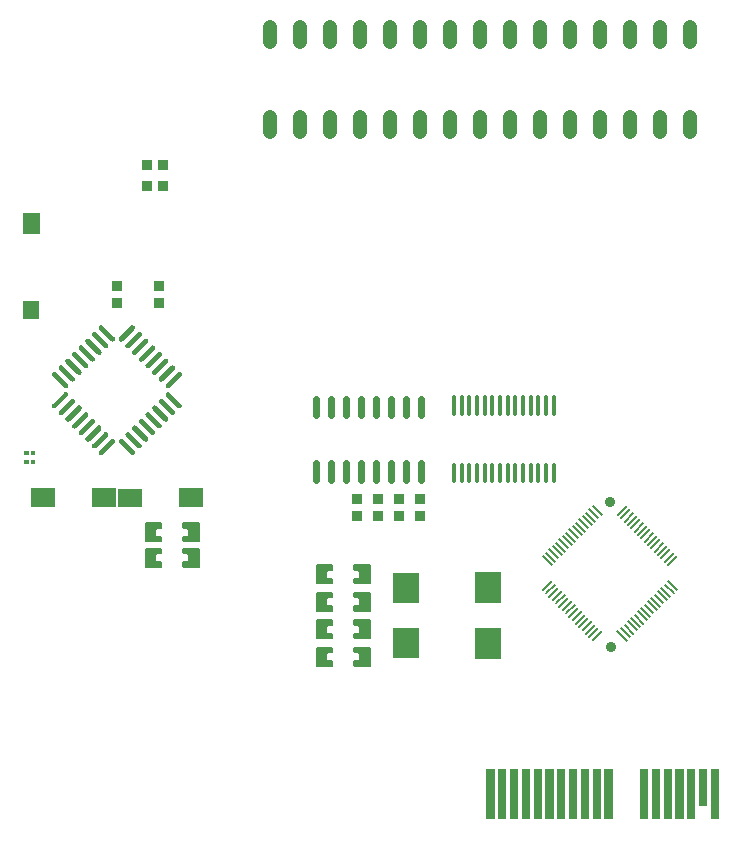
<source format=gtp>
G04 Layer: TopPasteMaskLayer*
G04 EasyEDA v6.4.7, 2021-02-17T04:49:32+08:00*
G04 bff483f3f3824ca1b03819d89778f428,119f753a6ce64b8d841f2ad33262ab0c,10*
G04 Gerber Generator version 0.2*
G04 Scale: 100 percent, Rotated: No, Reflected: No *
G04 Dimensions in millimeters *
G04 leading zeros omitted , absolute positions ,3 integer and 3 decimal *
%FSLAX33Y33*%
%MOMM*%
G90*
D02*

%ADD18C,0.203200*%
%ADD21C,1.199998*%
%ADD22C,0.343002*%
%ADD23C,0.602005*%
%ADD30C,0.889000*%
%ADD32R,2.185010X2.591994*%
%ADD34R,0.914400X0.914400*%
%ADD36R,1.399997X1.499997*%
%ADD37R,2.046376X1.620012*%

%LPD*%
G54D21*
G01X62611Y68420D02*
G01X62611Y67120D01*
G01X60071Y68420D02*
G01X60071Y67120D01*
G01X57531Y68420D02*
G01X57531Y67120D01*
G01X54991Y68420D02*
G01X54991Y67120D01*
G01X52451Y68420D02*
G01X52451Y67120D01*
G01X49911Y68420D02*
G01X49911Y67120D01*
G01X47371Y68420D02*
G01X47371Y67120D01*
G01X39751Y68420D02*
G01X39751Y67120D01*
G01X62611Y60800D02*
G01X62611Y59500D01*
G01X60071Y60800D02*
G01X60071Y59500D01*
G01X57531Y60800D02*
G01X57531Y59500D01*
G01X54991Y60800D02*
G01X54991Y59500D01*
G01X52451Y60800D02*
G01X52451Y59500D01*
G01X49911Y60800D02*
G01X49911Y59500D01*
G01X47371Y60800D02*
G01X47371Y59500D01*
G01X44831Y60800D02*
G01X44831Y59500D01*
G01X42291Y60800D02*
G01X42291Y59500D01*
G01X39751Y60800D02*
G01X39751Y59500D01*
G01X37211Y68420D02*
G01X37211Y67120D01*
G01X34671Y68420D02*
G01X34671Y67120D01*
G01X32131Y68420D02*
G01X32131Y67120D01*
G01X29591Y68420D02*
G01X29591Y67120D01*
G01X27051Y68420D02*
G01X27051Y67120D01*
G01X37211Y60800D02*
G01X37211Y59500D01*
G01X34671Y60800D02*
G01X34671Y59500D01*
G01X32131Y60800D02*
G01X32131Y59500D01*
G01X29591Y60800D02*
G01X29591Y59500D01*
G01X27051Y60800D02*
G01X27051Y59500D01*
G01X44831Y68420D02*
G01X44831Y67120D01*
G01X42291Y68420D02*
G01X42291Y67120D01*
G54D18*
G01X59818Y19012D02*
G01X59064Y19766D01*
G01X58404Y17598D02*
G01X57650Y18352D01*
G01X61233Y20426D02*
G01X60478Y21180D01*
G01X60950Y20143D02*
G01X60195Y20897D01*
G01X60384Y19577D02*
G01X59630Y20332D01*
G01X60101Y19295D02*
G01X59347Y20049D01*
G01X58687Y17881D02*
G01X57933Y18635D01*
G01X58970Y18163D02*
G01X58216Y18918D01*
G01X60667Y19860D02*
G01X59912Y20615D01*
G01X51192Y23113D02*
G01X50437Y23867D01*
G01X58121Y17315D02*
G01X57367Y18069D01*
G01X56518Y27073D02*
G01X57273Y27827D01*
G01X50154Y20709D02*
G01X50909Y21463D01*
G01X57556Y16749D02*
G01X56801Y17504D01*
G01X60195Y23396D02*
G01X60950Y24150D01*
G01X59253Y18446D02*
G01X58498Y19201D01*
G01X53548Y17315D02*
G01X54303Y18069D01*
G01X52134Y18729D02*
G01X52889Y19483D01*
G01X50909Y22830D02*
G01X50154Y23585D01*
G01X55152Y27073D02*
G01X54397Y27827D01*
G01X57838Y17032D02*
G01X57084Y17786D01*
G01X61515Y20709D02*
G01X60761Y21463D01*
G01X54114Y16749D02*
G01X54869Y17503D01*
G01X53831Y17032D02*
G01X54586Y17786D01*
G01X59535Y18729D02*
G01X58781Y19483D01*
G01X59912Y23679D02*
G01X60667Y24433D01*
G01X59630Y23962D02*
G01X60384Y24716D01*
G01X52606Y24527D02*
G01X51852Y25282D01*
G01X52889Y24810D02*
G01X52134Y25564D01*
G01X52323Y24244D02*
G01X51569Y24999D01*
G01X51757Y23679D02*
G01X51003Y24433D01*
G01X53171Y25093D02*
G01X52417Y25847D01*
G01X53454Y25376D02*
G01X52700Y26130D01*
G01X51474Y23396D02*
G01X50720Y24150D01*
G01X52040Y23962D02*
G01X51286Y24716D01*
G01X57932Y25659D02*
G01X58687Y26413D01*
G01X56801Y26790D02*
G01X57555Y27544D01*
G01X57084Y26507D02*
G01X57838Y27261D01*
G01X57650Y25941D02*
G01X58404Y26696D01*
G01X57367Y26224D02*
G01X58121Y26978D01*
G01X50720Y20143D02*
G01X51474Y20897D01*
G01X50437Y20426D02*
G01X51191Y21180D01*
G01X51003Y19860D02*
G01X51757Y20615D01*
G01X52983Y17881D02*
G01X53737Y18635D01*
G01X53266Y17598D02*
G01X54020Y18352D01*
G01X58781Y24810D02*
G01X59535Y25564D01*
G01X52700Y18163D02*
G01X53454Y18918D01*
G01X52417Y18446D02*
G01X53171Y19201D01*
G01X59064Y24527D02*
G01X59818Y25282D01*
G01X58498Y25093D02*
G01X59253Y25847D01*
G01X58215Y25376D02*
G01X58970Y26130D01*
G01X59347Y24244D02*
G01X60101Y24999D01*
G01X54397Y16466D02*
G01X55152Y17220D01*
G01X53737Y25659D02*
G01X52983Y26413D01*
G01X54586Y26507D02*
G01X53831Y27261D01*
G01X54020Y25941D02*
G01X53266Y26696D01*
G01X51851Y19012D02*
G01X52606Y19766D01*
G01X60761Y22830D02*
G01X61515Y23585D01*
G01X60478Y23113D02*
G01X61233Y23867D01*
G01X54303Y26224D02*
G01X53548Y26978D01*
G01X51568Y19295D02*
G01X52323Y20049D01*
G01X54869Y26790D02*
G01X54114Y27544D01*
G01X51286Y19577D02*
G01X52040Y20332D01*
G54D22*
G01X51088Y35652D02*
G01X51088Y37040D01*
G01X50438Y35652D02*
G01X50438Y37040D01*
G01X49788Y35652D02*
G01X49788Y37040D01*
G01X49138Y35652D02*
G01X49138Y37040D01*
G01X48488Y35652D02*
G01X48488Y37040D01*
G01X47838Y35652D02*
G01X47838Y37040D01*
G01X47187Y35652D02*
G01X47187Y37040D01*
G01X46537Y35652D02*
G01X46537Y37040D01*
G01X45887Y35652D02*
G01X45887Y37040D01*
G01X45237Y35652D02*
G01X45237Y37040D01*
G01X44587Y35652D02*
G01X44587Y37040D01*
G01X43937Y35652D02*
G01X43937Y37040D01*
G01X43287Y35652D02*
G01X43287Y37040D01*
G01X42637Y35652D02*
G01X42637Y37040D01*
G01X51088Y29920D02*
G01X51088Y31309D01*
G01X50438Y29920D02*
G01X50438Y31309D01*
G01X49788Y29920D02*
G01X49788Y31309D01*
G01X49138Y29920D02*
G01X49138Y31309D01*
G01X48488Y29920D02*
G01X48488Y31309D01*
G01X47838Y29920D02*
G01X47838Y31309D01*
G01X47187Y29920D02*
G01X47187Y31309D01*
G01X46537Y29920D02*
G01X46537Y31309D01*
G01X45887Y29920D02*
G01X45887Y31309D01*
G01X45237Y29920D02*
G01X45237Y31309D01*
G01X44587Y29920D02*
G01X44587Y31309D01*
G01X43937Y29920D02*
G01X43937Y31309D01*
G01X43287Y29920D02*
G01X43287Y31309D01*
G01X42637Y29920D02*
G01X42637Y31309D01*
G54D23*
G01X39878Y35531D02*
G01X39878Y36900D01*
G01X38608Y35531D02*
G01X38608Y36900D01*
G01X37338Y35531D02*
G01X37338Y36900D01*
G01X36068Y35531D02*
G01X36068Y36900D01*
G01X34798Y35531D02*
G01X34798Y36900D01*
G01X33528Y35531D02*
G01X33528Y36900D01*
G01X32258Y35531D02*
G01X32258Y36900D01*
G01X30988Y35531D02*
G01X30988Y36900D01*
G01X39878Y30060D02*
G01X39878Y31429D01*
G01X38608Y30060D02*
G01X38608Y31429D01*
G01X37338Y30060D02*
G01X37338Y31429D01*
G01X36068Y30060D02*
G01X36068Y31429D01*
G01X34798Y30060D02*
G01X34798Y31429D01*
G01X33528Y30060D02*
G01X33528Y31429D01*
G01X32258Y30060D02*
G01X32258Y31429D01*
G01X30988Y30060D02*
G01X30988Y31429D01*
G36*
G01X59385Y5600D02*
G01X60085Y5600D01*
G01X60085Y1300D01*
G01X59385Y1300D01*
G01X59385Y5600D01*
G37*
G36*
G01X58385Y5600D02*
G01X59085Y5600D01*
G01X59085Y1300D01*
G01X58385Y1300D01*
G01X58385Y5600D01*
G37*
G36*
G01X60385Y5600D02*
G01X61085Y5600D01*
G01X61085Y1300D01*
G01X60385Y1300D01*
G01X60385Y5600D01*
G37*
G36*
G01X62385Y5600D02*
G01X63085Y5600D01*
G01X63085Y1300D01*
G01X62385Y1300D01*
G01X62385Y5600D01*
G37*
G36*
G01X61385Y5600D02*
G01X62085Y5600D01*
G01X62085Y1300D01*
G01X61385Y1300D01*
G01X61385Y5600D01*
G37*
G36*
G01X64385Y5600D02*
G01X65085Y5600D01*
G01X65085Y1300D01*
G01X64385Y1300D01*
G01X64385Y5600D01*
G37*
G36*
G01X63385Y5600D02*
G01X64085Y5600D01*
G01X64085Y2400D01*
G01X63385Y2400D01*
G01X63385Y5600D01*
G37*
G36*
G01X46385Y5600D02*
G01X47085Y5600D01*
G01X47085Y1300D01*
G01X46385Y1300D01*
G01X46385Y5600D01*
G37*
G36*
G01X45385Y5600D02*
G01X46085Y5600D01*
G01X46085Y1300D01*
G01X45385Y1300D01*
G01X45385Y5600D01*
G37*
G36*
G01X47385Y5600D02*
G01X48085Y5600D01*
G01X48085Y1300D01*
G01X47385Y1300D01*
G01X47385Y5600D01*
G37*
G36*
G01X53385Y5600D02*
G01X54085Y5600D01*
G01X54085Y1300D01*
G01X53385Y1300D01*
G01X53385Y5600D01*
G37*
G36*
G01X52385Y5600D02*
G01X53085Y5600D01*
G01X53085Y1300D01*
G01X52385Y1300D01*
G01X52385Y5600D01*
G37*
G36*
G01X55385Y5600D02*
G01X56085Y5600D01*
G01X56085Y1300D01*
G01X55385Y1300D01*
G01X55385Y5600D01*
G37*
G36*
G01X54385Y5600D02*
G01X55085Y5600D01*
G01X55085Y1300D01*
G01X54385Y1300D01*
G01X54385Y5600D01*
G37*
G36*
G01X49385Y5600D02*
G01X50085Y5600D01*
G01X50085Y1300D01*
G01X49385Y1300D01*
G01X49385Y5600D01*
G37*
G36*
G01X48385Y5600D02*
G01X49085Y5600D01*
G01X49085Y1300D01*
G01X48385Y1300D01*
G01X48385Y5600D01*
G37*
G36*
G01X51385Y5600D02*
G01X52085Y5600D01*
G01X52085Y1300D01*
G01X51385Y1300D01*
G01X51385Y5600D01*
G37*
G36*
G01X50385Y5600D02*
G01X51085Y5600D01*
G01X51085Y1300D01*
G01X50385Y1300D01*
G01X50385Y5600D01*
G37*
G54D30*
G01X55835Y28151D03*
G36*
G01X57416Y16466D02*
G01X57273Y16323D01*
G01X56375Y17221D01*
G01X56518Y17364D01*
G01X57416Y16466D01*
G37*
G01X55975Y15923D03*
G36*
G01X44436Y14912D02*
G01X44436Y17504D01*
G01X46622Y17504D01*
G01X46622Y14912D01*
G01X44436Y14912D01*
G37*
G54D32*
G01X38544Y16208D03*
G01X38544Y20907D03*
G36*
G01X44436Y19611D02*
G01X44436Y22203D01*
G01X46622Y22203D01*
G01X46622Y19611D01*
G01X44436Y19611D01*
G37*
G36*
G01X13312Y34023D02*
G01X13329Y34004D01*
G01X13344Y33982D01*
G01X13356Y33959D01*
G01X13366Y33935D01*
G01X13372Y33909D01*
G01X13375Y33884D01*
G01X13375Y33857D01*
G01X13372Y33831D01*
G01X13366Y33806D01*
G01X13356Y33782D01*
G01X13344Y33759D01*
G01X13329Y33737D01*
G01X13312Y33718D01*
G01X12360Y32766D01*
G01X12341Y32749D01*
G01X12319Y32734D01*
G01X12296Y32722D01*
G01X12272Y32712D01*
G01X12247Y32706D01*
G01X12221Y32703D01*
G01X12195Y32703D01*
G01X12169Y32706D01*
G01X12143Y32712D01*
G01X12119Y32722D01*
G01X12096Y32734D01*
G01X12074Y32749D01*
G01X12055Y32766D01*
G01X12038Y32785D01*
G01X12023Y32807D01*
G01X12011Y32830D01*
G01X12002Y32854D01*
G01X11995Y32880D01*
G01X11992Y32906D01*
G01X11992Y32932D01*
G01X11995Y32957D01*
G01X12002Y32983D01*
G01X12011Y33007D01*
G01X12023Y33030D01*
G01X12038Y33052D01*
G01X12055Y33071D01*
G01X13007Y34023D01*
G01X13026Y34040D01*
G01X13048Y34055D01*
G01X13071Y34067D01*
G01X13095Y34077D01*
G01X13121Y34083D01*
G01X13147Y34086D01*
G01X13172Y34086D01*
G01X13198Y34083D01*
G01X13224Y34077D01*
G01X13248Y34067D01*
G01X13271Y34055D01*
G01X13293Y34040D01*
G01X13312Y34023D01*
G37*
G36*
G01X12737Y34598D02*
G01X12755Y34578D01*
G01X12770Y34557D01*
G01X12782Y34534D01*
G01X12791Y34509D01*
G01X12797Y34484D01*
G01X12800Y34458D01*
G01X12800Y34432D01*
G01X12797Y34406D01*
G01X12791Y34381D01*
G01X12782Y34356D01*
G01X12770Y34334D01*
G01X12755Y34312D01*
G01X12737Y34292D01*
G01X11786Y33341D01*
G01X11766Y33323D01*
G01X11744Y33308D01*
G01X11721Y33297D01*
G01X11697Y33287D01*
G01X11672Y33281D01*
G01X11646Y33278D01*
G01X11620Y33278D01*
G01X11594Y33281D01*
G01X11569Y33287D01*
G01X11544Y33297D01*
G01X11521Y33308D01*
G01X11500Y33323D01*
G01X11480Y33341D01*
G01X11463Y33360D01*
G01X11448Y33382D01*
G01X11436Y33405D01*
G01X11427Y33429D01*
G01X11421Y33454D01*
G01X11417Y33480D01*
G01X11417Y33506D01*
G01X11421Y33532D01*
G01X11427Y33558D01*
G01X11436Y33582D01*
G01X11448Y33605D01*
G01X11463Y33626D01*
G01X11480Y33646D01*
G01X12432Y34598D01*
G01X12452Y34615D01*
G01X12473Y34630D01*
G01X12496Y34642D01*
G01X12520Y34651D01*
G01X12546Y34657D01*
G01X12572Y34661D01*
G01X12598Y34661D01*
G01X12624Y34657D01*
G01X12649Y34651D01*
G01X12673Y34642D01*
G01X12696Y34630D01*
G01X12718Y34615D01*
G01X12737Y34598D01*
G37*
G36*
G01X11049Y36286D02*
G01X11067Y36267D01*
G01X11081Y36245D01*
G01X11093Y36222D01*
G01X11103Y36198D01*
G01X11109Y36172D01*
G01X11112Y36146D01*
G01X11112Y36120D01*
G01X11109Y36095D01*
G01X11103Y36069D01*
G01X11093Y36045D01*
G01X11081Y36022D01*
G01X11067Y36000D01*
G01X11049Y35981D01*
G01X10097Y35029D01*
G01X10078Y35012D01*
G01X10056Y34997D01*
G01X10033Y34985D01*
G01X10009Y34975D01*
G01X9983Y34969D01*
G01X9958Y34966D01*
G01X9932Y34966D01*
G01X9906Y34969D01*
G01X9880Y34975D01*
G01X9856Y34985D01*
G01X9833Y34997D01*
G01X9812Y35012D01*
G01X9792Y35029D01*
G01X9775Y35048D01*
G01X9760Y35070D01*
G01X9748Y35093D01*
G01X9738Y35117D01*
G01X9732Y35143D01*
G01X9729Y35168D01*
G01X9729Y35195D01*
G01X9732Y35221D01*
G01X9738Y35246D01*
G01X9748Y35270D01*
G01X9760Y35293D01*
G01X9775Y35315D01*
G01X9792Y35334D01*
G01X10744Y36286D01*
G01X10763Y36303D01*
G01X10785Y36318D01*
G01X10808Y36330D01*
G01X10832Y36340D01*
G01X10857Y36346D01*
G01X10883Y36349D01*
G01X10910Y36349D01*
G01X10935Y36346D01*
G01X10961Y36340D01*
G01X10985Y36330D01*
G01X11008Y36318D01*
G01X11030Y36303D01*
G01X11049Y36286D01*
G37*
G36*
G01X9918Y37418D02*
G01X9935Y37398D01*
G01X9950Y37377D01*
G01X9962Y37354D01*
G01X9971Y37329D01*
G01X9977Y37304D01*
G01X9980Y37278D01*
G01X9980Y37252D01*
G01X9977Y37226D01*
G01X9971Y37201D01*
G01X9962Y37176D01*
G01X9950Y37153D01*
G01X9935Y37132D01*
G01X9918Y37112D01*
G01X8966Y36160D01*
G01X8946Y36143D01*
G01X8925Y36128D01*
G01X8902Y36116D01*
G01X8877Y36107D01*
G01X8852Y36101D01*
G01X8826Y36098D01*
G01X8800Y36098D01*
G01X8774Y36101D01*
G01X8749Y36107D01*
G01X8724Y36116D01*
G01X8701Y36128D01*
G01X8680Y36143D01*
G01X8660Y36160D01*
G01X8643Y36180D01*
G01X8628Y36201D01*
G01X8616Y36224D01*
G01X8607Y36249D01*
G01X8601Y36274D01*
G01X8598Y36300D01*
G01X8598Y36326D01*
G01X8601Y36352D01*
G01X8607Y36377D01*
G01X8616Y36402D01*
G01X8628Y36425D01*
G01X8643Y36446D01*
G01X8660Y36466D01*
G01X9612Y37418D01*
G01X9632Y37435D01*
G01X9653Y37450D01*
G01X9676Y37462D01*
G01X9701Y37471D01*
G01X9726Y37477D01*
G01X9752Y37480D01*
G01X9778Y37480D01*
G01X9804Y37477D01*
G01X9829Y37471D01*
G01X9854Y37462D01*
G01X9877Y37450D01*
G01X9898Y37435D01*
G01X9918Y37418D01*
G37*
G36*
G01X8672Y39117D02*
G01X8691Y39134D01*
G01X8712Y39149D01*
G01X8736Y39161D01*
G01X8760Y39171D01*
G01X8785Y39177D01*
G01X8811Y39180D01*
G01X8837Y39180D01*
G01X8863Y39177D01*
G01X8888Y39171D01*
G01X8913Y39161D01*
G01X8936Y39149D01*
G01X8957Y39134D01*
G01X8977Y39117D01*
G01X9929Y38165D01*
G01X9946Y38146D01*
G01X9961Y38124D01*
G01X9973Y38101D01*
G01X9982Y38077D01*
G01X9989Y38051D01*
G01X9992Y38025D01*
G01X9992Y37999D01*
G01X9989Y37973D01*
G01X9982Y37948D01*
G01X9973Y37924D01*
G01X9961Y37901D01*
G01X9946Y37879D01*
G01X9929Y37860D01*
G01X9909Y37843D01*
G01X9888Y37828D01*
G01X9865Y37816D01*
G01X9840Y37806D01*
G01X9815Y37800D01*
G01X9789Y37797D01*
G01X9763Y37797D01*
G01X9737Y37800D01*
G01X9712Y37806D01*
G01X9688Y37816D01*
G01X9664Y37828D01*
G01X9643Y37843D01*
G01X9623Y37860D01*
G01X8672Y38812D01*
G01X8654Y38831D01*
G01X8639Y38853D01*
G01X8627Y38876D01*
G01X8618Y38900D01*
G01X8612Y38925D01*
G01X8609Y38951D01*
G01X8609Y38977D01*
G01X8612Y39003D01*
G01X8618Y39029D01*
G01X8627Y39053D01*
G01X8639Y39076D01*
G01X8654Y39098D01*
G01X8672Y39117D01*
G37*
G36*
G01X9237Y39682D02*
G01X9257Y39700D01*
G01X9278Y39715D01*
G01X9301Y39727D01*
G01X9325Y39736D01*
G01X9351Y39742D01*
G01X9376Y39745D01*
G01X9403Y39745D01*
G01X9428Y39742D01*
G01X9454Y39736D01*
G01X9478Y39727D01*
G01X9501Y39715D01*
G01X9523Y39700D01*
G01X9542Y39682D01*
G01X10494Y38731D01*
G01X10512Y38711D01*
G01X10526Y38689D01*
G01X10538Y38667D01*
G01X10548Y38642D01*
G01X10554Y38617D01*
G01X10557Y38591D01*
G01X10557Y38565D01*
G01X10554Y38539D01*
G01X10548Y38514D01*
G01X10538Y38489D01*
G01X10526Y38466D01*
G01X10512Y38445D01*
G01X10494Y38425D01*
G01X10475Y38408D01*
G01X10453Y38393D01*
G01X10430Y38381D01*
G01X10406Y38372D01*
G01X10380Y38366D01*
G01X10355Y38362D01*
G01X10328Y38362D01*
G01X10303Y38366D01*
G01X10277Y38372D01*
G01X10253Y38381D01*
G01X10230Y38393D01*
G01X10208Y38408D01*
G01X10189Y38425D01*
G01X9237Y39377D01*
G01X9220Y39397D01*
G01X9205Y39418D01*
G01X9193Y39441D01*
G01X9183Y39465D01*
G01X9177Y39491D01*
G01X9174Y39517D01*
G01X9174Y39543D01*
G01X9177Y39569D01*
G01X9183Y39594D01*
G01X9193Y39618D01*
G01X9205Y39641D01*
G01X9220Y39663D01*
G01X9237Y39682D01*
G37*
G36*
G01X9802Y40248D02*
G01X9822Y40265D01*
G01X9843Y40280D01*
G01X9866Y40292D01*
G01X9891Y40301D01*
G01X9916Y40307D01*
G01X9942Y40311D01*
G01X9968Y40311D01*
G01X9994Y40307D01*
G01X10019Y40301D01*
G01X10044Y40292D01*
G01X10067Y40280D01*
G01X10088Y40265D01*
G01X10108Y40248D01*
G01X11059Y39296D01*
G01X11077Y39276D01*
G01X11092Y39255D01*
G01X11104Y39232D01*
G01X11113Y39208D01*
G01X11119Y39182D01*
G01X11122Y39156D01*
G01X11122Y39130D01*
G01X11119Y39104D01*
G01X11113Y39079D01*
G01X11104Y39055D01*
G01X11092Y39032D01*
G01X11077Y39010D01*
G01X11059Y38991D01*
G01X11040Y38973D01*
G01X11019Y38958D01*
G01X10995Y38946D01*
G01X10971Y38937D01*
G01X10946Y38931D01*
G01X10920Y38928D01*
G01X10894Y38928D01*
G01X10868Y38931D01*
G01X10843Y38937D01*
G01X10818Y38946D01*
G01X10795Y38958D01*
G01X10774Y38973D01*
G01X10754Y38991D01*
G01X9802Y39942D01*
G01X9785Y39962D01*
G01X9770Y39984D01*
G01X9758Y40006D01*
G01X9749Y40031D01*
G01X9743Y40056D01*
G01X9739Y40082D01*
G01X9739Y40108D01*
G01X9743Y40134D01*
G01X9749Y40159D01*
G01X9758Y40184D01*
G01X9770Y40207D01*
G01X9785Y40228D01*
G01X9802Y40248D01*
G37*
G36*
G01X10368Y40813D02*
G01X10387Y40831D01*
G01X10409Y40846D01*
G01X10432Y40858D01*
G01X10456Y40867D01*
G01X10482Y40873D01*
G01X10507Y40876D01*
G01X10534Y40876D01*
G01X10560Y40873D01*
G01X10585Y40867D01*
G01X10609Y40858D01*
G01X10632Y40846D01*
G01X10654Y40831D01*
G01X10673Y40813D01*
G01X11625Y39862D01*
G01X11642Y39842D01*
G01X11657Y39821D01*
G01X11669Y39797D01*
G01X11679Y39773D01*
G01X11685Y39748D01*
G01X11688Y39722D01*
G01X11688Y39696D01*
G01X11685Y39670D01*
G01X11679Y39645D01*
G01X11669Y39620D01*
G01X11657Y39597D01*
G01X11642Y39576D01*
G01X11625Y39556D01*
G01X11606Y39539D01*
G01X11584Y39524D01*
G01X11561Y39512D01*
G01X11537Y39503D01*
G01X11511Y39496D01*
G01X11486Y39493D01*
G01X11459Y39493D01*
G01X11434Y39496D01*
G01X11408Y39503D01*
G01X11384Y39512D01*
G01X11361Y39524D01*
G01X11339Y39539D01*
G01X11320Y39556D01*
G01X10368Y40508D01*
G01X10351Y40528D01*
G01X10336Y40549D01*
G01X10324Y40572D01*
G01X10314Y40596D01*
G01X10308Y40622D01*
G01X10305Y40648D01*
G01X10305Y40674D01*
G01X10308Y40700D01*
G01X10314Y40725D01*
G01X10324Y40749D01*
G01X10336Y40772D01*
G01X10351Y40794D01*
G01X10368Y40813D01*
G37*
G36*
G01X10933Y41379D02*
G01X10953Y41396D01*
G01X10974Y41411D01*
G01X10997Y41423D01*
G01X11022Y41432D01*
G01X11047Y41438D01*
G01X11073Y41442D01*
G01X11099Y41442D01*
G01X11125Y41438D01*
G01X11150Y41432D01*
G01X11174Y41423D01*
G01X11198Y41411D01*
G01X11219Y41396D01*
G01X11239Y41379D01*
G01X12190Y40427D01*
G01X12208Y40407D01*
G01X12223Y40386D01*
G01X12235Y40363D01*
G01X12244Y40338D01*
G01X12250Y40313D01*
G01X12253Y40287D01*
G01X12253Y40261D01*
G01X12250Y40235D01*
G01X12244Y40210D01*
G01X12235Y40186D01*
G01X12223Y40163D01*
G01X12208Y40141D01*
G01X12190Y40121D01*
G01X12171Y40104D01*
G01X12150Y40089D01*
G01X12126Y40077D01*
G01X12102Y40068D01*
G01X12077Y40062D01*
G01X12051Y40059D01*
G01X12025Y40059D01*
G01X11999Y40062D01*
G01X11974Y40068D01*
G01X11949Y40077D01*
G01X11926Y40089D01*
G01X11905Y40104D01*
G01X11885Y40121D01*
G01X10933Y41073D01*
G01X10916Y41093D01*
G01X10901Y41114D01*
G01X10889Y41137D01*
G01X10880Y41162D01*
G01X10874Y41187D01*
G01X10870Y41213D01*
G01X10870Y41239D01*
G01X10874Y41265D01*
G01X10880Y41290D01*
G01X10889Y41315D01*
G01X10901Y41338D01*
G01X10916Y41359D01*
G01X10933Y41379D01*
G37*
G36*
G01X12064Y42510D02*
G01X12084Y42527D01*
G01X12105Y42542D01*
G01X12128Y42554D01*
G01X12153Y42563D01*
G01X12178Y42570D01*
G01X12204Y42573D01*
G01X12230Y42573D01*
G01X12256Y42570D01*
G01X12281Y42563D01*
G01X12306Y42554D01*
G01X12329Y42542D01*
G01X12350Y42527D01*
G01X12370Y42510D01*
G01X13322Y41558D01*
G01X13339Y41538D01*
G01X13354Y41517D01*
G01X13366Y41494D01*
G01X13375Y41469D01*
G01X13381Y41444D01*
G01X13384Y41418D01*
G01X13384Y41392D01*
G01X13381Y41366D01*
G01X13375Y41341D01*
G01X13366Y41317D01*
G01X13354Y41293D01*
G01X13339Y41272D01*
G01X13322Y41253D01*
G01X13302Y41235D01*
G01X13281Y41221D01*
G01X13258Y41208D01*
G01X13233Y41199D01*
G01X13208Y41193D01*
G01X13182Y41190D01*
G01X13156Y41190D01*
G01X13130Y41193D01*
G01X13105Y41199D01*
G01X13080Y41208D01*
G01X13057Y41221D01*
G01X13036Y41235D01*
G01X13016Y41253D01*
G01X12064Y42205D01*
G01X12047Y42224D01*
G01X12032Y42245D01*
G01X12020Y42269D01*
G01X12011Y42293D01*
G01X12005Y42318D01*
G01X12002Y42344D01*
G01X12002Y42370D01*
G01X12005Y42396D01*
G01X12011Y42421D01*
G01X12020Y42446D01*
G01X12032Y42469D01*
G01X12047Y42490D01*
G01X12064Y42510D01*
G37*
G36*
G01X11499Y41944D02*
G01X11518Y41961D01*
G01X11540Y41976D01*
G01X11563Y41988D01*
G01X11587Y41998D01*
G01X11612Y42004D01*
G01X11638Y42007D01*
G01X11664Y42007D01*
G01X11690Y42004D01*
G01X11716Y41998D01*
G01X11740Y41988D01*
G01X11763Y41976D01*
G01X11785Y41961D01*
G01X11804Y41944D01*
G01X12756Y40992D01*
G01X12773Y40973D01*
G01X12788Y40951D01*
G01X12800Y40928D01*
G01X12809Y40904D01*
G01X12816Y40879D01*
G01X12819Y40853D01*
G01X12819Y40827D01*
G01X12816Y40801D01*
G01X12809Y40776D01*
G01X12800Y40751D01*
G01X12788Y40728D01*
G01X12773Y40706D01*
G01X12756Y40687D01*
G01X12736Y40670D01*
G01X12715Y40655D01*
G01X12692Y40643D01*
G01X12667Y40634D01*
G01X12642Y40627D01*
G01X12616Y40624D01*
G01X12590Y40624D01*
G01X12564Y40627D01*
G01X12539Y40634D01*
G01X12515Y40643D01*
G01X12491Y40655D01*
G01X12470Y40670D01*
G01X12451Y40687D01*
G01X11499Y41639D01*
G01X11481Y41658D01*
G01X11467Y41680D01*
G01X11454Y41703D01*
G01X11445Y41727D01*
G01X11439Y41753D01*
G01X11436Y41779D01*
G01X11436Y41804D01*
G01X11439Y41830D01*
G01X11445Y41856D01*
G01X11454Y41880D01*
G01X11467Y41903D01*
G01X11481Y41925D01*
G01X11499Y41944D01*
G37*
G36*
G01X12630Y43075D02*
G01X12649Y43093D01*
G01X12671Y43107D01*
G01X12694Y43119D01*
G01X12718Y43129D01*
G01X12743Y43135D01*
G01X12769Y43138D01*
G01X12795Y43138D01*
G01X12821Y43135D01*
G01X12847Y43129D01*
G01X12871Y43119D01*
G01X12894Y43107D01*
G01X12915Y43093D01*
G01X12935Y43075D01*
G01X13887Y42123D01*
G01X13904Y42104D01*
G01X13919Y42082D01*
G01X13931Y42059D01*
G01X13940Y42035D01*
G01X13947Y42009D01*
G01X13950Y41984D01*
G01X13950Y41958D01*
G01X13947Y41932D01*
G01X13940Y41906D01*
G01X13931Y41882D01*
G01X13919Y41859D01*
G01X13904Y41838D01*
G01X13887Y41818D01*
G01X13867Y41801D01*
G01X13846Y41786D01*
G01X13823Y41774D01*
G01X13799Y41764D01*
G01X13773Y41758D01*
G01X13747Y41755D01*
G01X13721Y41755D01*
G01X13695Y41758D01*
G01X13670Y41764D01*
G01X13646Y41774D01*
G01X13623Y41786D01*
G01X13601Y41801D01*
G01X13582Y41818D01*
G01X12630Y42770D01*
G01X12612Y42789D01*
G01X12598Y42811D01*
G01X12585Y42834D01*
G01X12576Y42858D01*
G01X12570Y42883D01*
G01X12567Y42909D01*
G01X12567Y42936D01*
G01X12570Y42961D01*
G01X12576Y42987D01*
G01X12585Y43011D01*
G01X12598Y43034D01*
G01X12612Y43056D01*
G01X12630Y43075D01*
G37*
G36*
G01X14892Y34028D02*
G01X14911Y34045D01*
G01X14932Y34060D01*
G01X14956Y34072D01*
G01X14980Y34081D01*
G01X15005Y34088D01*
G01X15031Y34091D01*
G01X15057Y34091D01*
G01X15083Y34088D01*
G01X15108Y34081D01*
G01X15133Y34072D01*
G01X15156Y34060D01*
G01X15177Y34045D01*
G01X15197Y34028D01*
G01X16149Y33076D01*
G01X16166Y33056D01*
G01X16181Y33035D01*
G01X16193Y33012D01*
G01X16202Y32988D01*
G01X16208Y32962D01*
G01X16212Y32936D01*
G01X16212Y32910D01*
G01X16208Y32885D01*
G01X16202Y32859D01*
G01X16193Y32835D01*
G01X16181Y32812D01*
G01X16166Y32790D01*
G01X16149Y32771D01*
G01X16129Y32753D01*
G01X16108Y32738D01*
G01X16085Y32727D01*
G01X16060Y32717D01*
G01X16035Y32711D01*
G01X16009Y32708D01*
G01X15983Y32708D01*
G01X15957Y32711D01*
G01X15932Y32717D01*
G01X15907Y32727D01*
G01X15884Y32738D01*
G01X15863Y32753D01*
G01X15843Y32771D01*
G01X14892Y33722D01*
G01X14874Y33742D01*
G01X14859Y33764D01*
G01X14847Y33787D01*
G01X14838Y33811D01*
G01X14832Y33836D01*
G01X14829Y33862D01*
G01X14829Y33888D01*
G01X14832Y33914D01*
G01X14838Y33939D01*
G01X14847Y33964D01*
G01X14859Y33987D01*
G01X14874Y34008D01*
G01X14892Y34028D01*
G37*
G36*
G01X15457Y34593D02*
G01X15476Y34611D01*
G01X15498Y34625D01*
G01X15521Y34638D01*
G01X15545Y34647D01*
G01X15570Y34653D01*
G01X15596Y34656D01*
G01X15623Y34656D01*
G01X15648Y34653D01*
G01X15674Y34647D01*
G01X15698Y34638D01*
G01X15721Y34625D01*
G01X15743Y34611D01*
G01X15762Y34593D01*
G01X16714Y33641D01*
G01X16731Y33622D01*
G01X16746Y33601D01*
G01X16758Y33577D01*
G01X16768Y33553D01*
G01X16774Y33528D01*
G01X16777Y33502D01*
G01X16777Y33476D01*
G01X16774Y33450D01*
G01X16768Y33425D01*
G01X16758Y33400D01*
G01X16746Y33377D01*
G01X16731Y33356D01*
G01X16714Y33336D01*
G01X16694Y33319D01*
G01X16673Y33304D01*
G01X16650Y33292D01*
G01X16626Y33283D01*
G01X16600Y33276D01*
G01X16575Y33273D01*
G01X16548Y33273D01*
G01X16522Y33276D01*
G01X16497Y33283D01*
G01X16473Y33292D01*
G01X16450Y33304D01*
G01X16428Y33319D01*
G01X16409Y33336D01*
G01X15457Y34288D01*
G01X15440Y34307D01*
G01X15425Y34329D01*
G01X15413Y34352D01*
G01X15403Y34377D01*
G01X15397Y34402D01*
G01X15394Y34428D01*
G01X15394Y34454D01*
G01X15397Y34480D01*
G01X15403Y34505D01*
G01X15413Y34529D01*
G01X15425Y34552D01*
G01X15440Y34574D01*
G01X15457Y34593D01*
G37*
G36*
G01X14336Y33466D02*
G01X14355Y33484D01*
G01X14377Y33498D01*
G01X14400Y33511D01*
G01X14424Y33520D01*
G01X14450Y33526D01*
G01X14475Y33529D01*
G01X14502Y33529D01*
G01X14528Y33526D01*
G01X14553Y33520D01*
G01X14577Y33511D01*
G01X14600Y33498D01*
G01X14622Y33484D01*
G01X14641Y33466D01*
G01X15593Y32514D01*
G01X15610Y32495D01*
G01X15625Y32474D01*
G01X15637Y32450D01*
G01X15647Y32426D01*
G01X15653Y32401D01*
G01X15656Y32375D01*
G01X15656Y32349D01*
G01X15653Y32323D01*
G01X15647Y32298D01*
G01X15637Y32273D01*
G01X15625Y32250D01*
G01X15610Y32229D01*
G01X15593Y32209D01*
G01X15574Y32192D01*
G01X15552Y32177D01*
G01X15529Y32165D01*
G01X15505Y32156D01*
G01X15479Y32149D01*
G01X15454Y32146D01*
G01X15427Y32146D01*
G01X15402Y32149D01*
G01X15376Y32156D01*
G01X15352Y32165D01*
G01X15329Y32177D01*
G01X15307Y32192D01*
G01X15288Y32209D01*
G01X14336Y33161D01*
G01X14319Y33180D01*
G01X14304Y33202D01*
G01X14292Y33225D01*
G01X14282Y33250D01*
G01X14276Y33275D01*
G01X14273Y33301D01*
G01X14273Y33327D01*
G01X14276Y33353D01*
G01X14282Y33378D01*
G01X14292Y33402D01*
G01X14304Y33425D01*
G01X14319Y33447D01*
G01X14336Y33466D01*
G37*
G36*
G01X12181Y35155D02*
G01X12198Y35135D01*
G01X12213Y35114D01*
G01X12225Y35091D01*
G01X12234Y35066D01*
G01X12240Y35041D01*
G01X12244Y35015D01*
G01X12244Y34989D01*
G01X12240Y34963D01*
G01X12234Y34938D01*
G01X12225Y34913D01*
G01X12213Y34890D01*
G01X12198Y34869D01*
G01X12181Y34849D01*
G01X11229Y33897D01*
G01X11209Y33880D01*
G01X11188Y33865D01*
G01X11165Y33853D01*
G01X11140Y33844D01*
G01X11115Y33838D01*
G01X11089Y33834D01*
G01X11063Y33834D01*
G01X11037Y33838D01*
G01X11012Y33844D01*
G01X10988Y33853D01*
G01X10964Y33865D01*
G01X10943Y33880D01*
G01X10924Y33897D01*
G01X10906Y33917D01*
G01X10891Y33938D01*
G01X10879Y33961D01*
G01X10870Y33986D01*
G01X10864Y34011D01*
G01X10861Y34037D01*
G01X10861Y34063D01*
G01X10864Y34089D01*
G01X10870Y34114D01*
G01X10879Y34139D01*
G01X10891Y34162D01*
G01X10906Y34183D01*
G01X10924Y34203D01*
G01X11875Y35155D01*
G01X11895Y35172D01*
G01X11916Y35187D01*
G01X11939Y35199D01*
G01X11964Y35208D01*
G01X11989Y35214D01*
G01X12015Y35218D01*
G01X12041Y35218D01*
G01X12067Y35214D01*
G01X12092Y35208D01*
G01X12117Y35199D01*
G01X12140Y35187D01*
G01X12161Y35172D01*
G01X12181Y35155D01*
G37*
G36*
G01X10492Y36843D02*
G01X10510Y36823D01*
G01X10524Y36802D01*
G01X10537Y36779D01*
G01X10546Y36754D01*
G01X10552Y36729D01*
G01X10555Y36703D01*
G01X10555Y36677D01*
G01X10552Y36651D01*
G01X10546Y36626D01*
G01X10537Y36602D01*
G01X10524Y36578D01*
G01X10510Y36557D01*
G01X10492Y36538D01*
G01X9541Y35586D01*
G01X9521Y35568D01*
G01X9500Y35554D01*
G01X9476Y35541D01*
G01X9452Y35532D01*
G01X9427Y35526D01*
G01X9401Y35523D01*
G01X9375Y35523D01*
G01X9349Y35526D01*
G01X9324Y35532D01*
G01X9299Y35541D01*
G01X9276Y35554D01*
G01X9255Y35568D01*
G01X9235Y35586D01*
G01X9218Y35605D01*
G01X9203Y35627D01*
G01X9191Y35650D01*
G01X9182Y35674D01*
G01X9176Y35699D01*
G01X9172Y35725D01*
G01X9172Y35751D01*
G01X9176Y35777D01*
G01X9182Y35802D01*
G01X9191Y35827D01*
G01X9203Y35850D01*
G01X9218Y35872D01*
G01X9235Y35891D01*
G01X10187Y36843D01*
G01X10206Y36860D01*
G01X10228Y36875D01*
G01X10251Y36887D01*
G01X10276Y36896D01*
G01X10301Y36903D01*
G01X10327Y36906D01*
G01X10353Y36906D01*
G01X10379Y36903D01*
G01X10404Y36896D01*
G01X10428Y36887D01*
G01X10451Y36875D01*
G01X10473Y36860D01*
G01X10492Y36843D01*
G37*
G36*
G01X11624Y35711D02*
G01X11641Y35692D01*
G01X11656Y35670D01*
G01X11668Y35647D01*
G01X11677Y35623D01*
G01X11684Y35598D01*
G01X11687Y35572D01*
G01X11687Y35546D01*
G01X11684Y35520D01*
G01X11677Y35494D01*
G01X11668Y35470D01*
G01X11656Y35447D01*
G01X11641Y35426D01*
G01X11624Y35406D01*
G01X10672Y34454D01*
G01X10653Y34437D01*
G01X10631Y34422D01*
G01X10608Y34410D01*
G01X10583Y34401D01*
G01X10558Y34395D01*
G01X10532Y34391D01*
G01X10506Y34391D01*
G01X10480Y34395D01*
G01X10455Y34401D01*
G01X10431Y34410D01*
G01X10408Y34422D01*
G01X10386Y34437D01*
G01X10367Y34454D01*
G01X10349Y34474D01*
G01X10335Y34495D01*
G01X10322Y34518D01*
G01X10313Y34543D01*
G01X10307Y34568D01*
G01X10304Y34594D01*
G01X10304Y34620D01*
G01X10307Y34646D01*
G01X10313Y34671D01*
G01X10322Y34696D01*
G01X10335Y34718D01*
G01X10349Y34740D01*
G01X10367Y34760D01*
G01X11319Y35711D01*
G01X11338Y35729D01*
G01X11360Y35744D01*
G01X11383Y35755D01*
G01X11407Y35765D01*
G01X11432Y35771D01*
G01X11458Y35774D01*
G01X11484Y35774D01*
G01X11510Y35771D01*
G01X11535Y35765D01*
G01X11560Y35755D01*
G01X11583Y35744D01*
G01X11604Y35729D01*
G01X11624Y35711D01*
G37*
G36*
G01X13878Y33445D02*
G01X13895Y33426D01*
G01X13910Y33404D01*
G01X13922Y33381D01*
G01X13931Y33357D01*
G01X13937Y33332D01*
G01X13941Y33306D01*
G01X13941Y33280D01*
G01X13937Y33254D01*
G01X13931Y33229D01*
G01X13922Y33204D01*
G01X13910Y33181D01*
G01X13895Y33160D01*
G01X13878Y33140D01*
G01X12926Y32188D01*
G01X12907Y32171D01*
G01X12885Y32156D01*
G01X12862Y32144D01*
G01X12838Y32135D01*
G01X12812Y32129D01*
G01X12786Y32125D01*
G01X12760Y32125D01*
G01X12735Y32129D01*
G01X12709Y32135D01*
G01X12685Y32144D01*
G01X12662Y32156D01*
G01X12640Y32171D01*
G01X12621Y32188D01*
G01X12603Y32208D01*
G01X12589Y32229D01*
G01X12577Y32252D01*
G01X12567Y32277D01*
G01X12561Y32302D01*
G01X12558Y32328D01*
G01X12558Y32354D01*
G01X12561Y32380D01*
G01X12567Y32405D01*
G01X12577Y32430D01*
G01X12589Y32452D01*
G01X12603Y32474D01*
G01X12621Y32494D01*
G01X13572Y33445D01*
G01X13592Y33463D01*
G01X13614Y33478D01*
G01X13637Y33490D01*
G01X13661Y33499D01*
G01X13686Y33505D01*
G01X13712Y33508D01*
G01X13738Y33508D01*
G01X13764Y33505D01*
G01X13789Y33499D01*
G01X13814Y33490D01*
G01X13837Y33478D01*
G01X13859Y33463D01*
G01X13878Y33445D01*
G37*
G36*
G01X16588Y35724D02*
G01X16607Y35742D01*
G01X16629Y35757D01*
G01X16652Y35768D01*
G01X16676Y35778D01*
G01X16702Y35784D01*
G01X16727Y35787D01*
G01X16754Y35787D01*
G01X16780Y35784D01*
G01X16805Y35778D01*
G01X16829Y35768D01*
G01X16852Y35757D01*
G01X16874Y35742D01*
G01X16893Y35724D01*
G01X17845Y34773D01*
G01X17862Y34753D01*
G01X17877Y34731D01*
G01X17889Y34708D01*
G01X17899Y34684D01*
G01X17905Y34659D01*
G01X17908Y34633D01*
G01X17908Y34607D01*
G01X17905Y34581D01*
G01X17899Y34556D01*
G01X17889Y34531D01*
G01X17877Y34508D01*
G01X17862Y34487D01*
G01X17845Y34467D01*
G01X17825Y34450D01*
G01X17804Y34435D01*
G01X17781Y34423D01*
G01X17757Y34414D01*
G01X17731Y34408D01*
G01X17705Y34404D01*
G01X17679Y34404D01*
G01X17654Y34408D01*
G01X17628Y34414D01*
G01X17604Y34423D01*
G01X17581Y34435D01*
G01X17559Y34450D01*
G01X17540Y34467D01*
G01X16588Y35419D01*
G01X16570Y35438D01*
G01X16556Y35460D01*
G01X16544Y35483D01*
G01X16534Y35507D01*
G01X16528Y35533D01*
G01X16525Y35559D01*
G01X16525Y35585D01*
G01X16528Y35611D01*
G01X16534Y35636D01*
G01X16544Y35660D01*
G01X16556Y35683D01*
G01X16570Y35705D01*
G01X16588Y35724D01*
G37*
G36*
G01X17153Y36290D02*
G01X17173Y36307D01*
G01X17194Y36322D01*
G01X17217Y36334D01*
G01X17242Y36343D01*
G01X17267Y36349D01*
G01X17293Y36353D01*
G01X17319Y36353D01*
G01X17345Y36349D01*
G01X17370Y36343D01*
G01X17394Y36334D01*
G01X17418Y36322D01*
G01X17439Y36307D01*
G01X17458Y36290D01*
G01X18410Y35338D01*
G01X18428Y35318D01*
G01X18442Y35297D01*
G01X18455Y35274D01*
G01X18464Y35250D01*
G01X18470Y35224D01*
G01X18473Y35198D01*
G01X18473Y35172D01*
G01X18470Y35146D01*
G01X18464Y35121D01*
G01X18455Y35097D01*
G01X18442Y35073D01*
G01X18428Y35052D01*
G01X18410Y35033D01*
G01X18391Y35015D01*
G01X18370Y35000D01*
G01X18346Y34988D01*
G01X18322Y34979D01*
G01X18297Y34973D01*
G01X18271Y34970D01*
G01X18245Y34970D01*
G01X18219Y34973D01*
G01X18194Y34979D01*
G01X18169Y34988D01*
G01X18146Y35000D01*
G01X18125Y35015D01*
G01X18105Y35033D01*
G01X17153Y35984D01*
G01X17136Y36004D01*
G01X17121Y36025D01*
G01X17109Y36048D01*
G01X17100Y36073D01*
G01X17093Y36098D01*
G01X17090Y36124D01*
G01X17090Y36150D01*
G01X17093Y36176D01*
G01X17100Y36201D01*
G01X17109Y36226D01*
G01X17121Y36249D01*
G01X17136Y36270D01*
G01X17153Y36290D01*
G37*
G36*
G01X17719Y36856D02*
G01X17739Y36873D01*
G01X17760Y36888D01*
G01X17783Y36900D01*
G01X17808Y36909D01*
G01X17833Y36916D01*
G01X17859Y36919D01*
G01X17885Y36919D01*
G01X17911Y36916D01*
G01X17936Y36909D01*
G01X17961Y36900D01*
G01X17984Y36888D01*
G01X18005Y36873D01*
G01X18025Y36856D01*
G01X18977Y35904D01*
G01X18994Y35885D01*
G01X19009Y35863D01*
G01X19021Y35840D01*
G01X19030Y35815D01*
G01X19036Y35790D01*
G01X19039Y35764D01*
G01X19039Y35738D01*
G01X19036Y35712D01*
G01X19030Y35687D01*
G01X19021Y35663D01*
G01X19009Y35640D01*
G01X18994Y35618D01*
G01X18977Y35599D01*
G01X18957Y35581D01*
G01X18936Y35567D01*
G01X18913Y35554D01*
G01X18888Y35545D01*
G01X18863Y35539D01*
G01X18837Y35536D01*
G01X18811Y35536D01*
G01X18785Y35539D01*
G01X18760Y35545D01*
G01X18735Y35554D01*
G01X18712Y35567D01*
G01X18691Y35581D01*
G01X18671Y35599D01*
G01X17719Y36551D01*
G01X17702Y36570D01*
G01X17687Y36591D01*
G01X17675Y36615D01*
G01X17666Y36639D01*
G01X17660Y36664D01*
G01X17657Y36690D01*
G01X17657Y36716D01*
G01X17660Y36742D01*
G01X17666Y36767D01*
G01X17675Y36792D01*
G01X17687Y36815D01*
G01X17702Y36836D01*
G01X17719Y36856D01*
G37*
G36*
G01X16022Y35159D02*
G01X16042Y35176D01*
G01X16063Y35191D01*
G01X16087Y35203D01*
G01X16111Y35212D01*
G01X16136Y35219D01*
G01X16162Y35222D01*
G01X16188Y35222D01*
G01X16214Y35219D01*
G01X16239Y35212D01*
G01X16264Y35203D01*
G01X16287Y35191D01*
G01X16308Y35176D01*
G01X16328Y35159D01*
G01X17280Y34207D01*
G01X17297Y34188D01*
G01X17312Y34166D01*
G01X17324Y34143D01*
G01X17333Y34119D01*
G01X17339Y34093D01*
G01X17343Y34067D01*
G01X17343Y34041D01*
G01X17339Y34015D01*
G01X17333Y33990D01*
G01X17324Y33966D01*
G01X17312Y33943D01*
G01X17297Y33921D01*
G01X17280Y33902D01*
G01X17260Y33885D01*
G01X17239Y33870D01*
G01X17216Y33858D01*
G01X17191Y33848D01*
G01X17166Y33842D01*
G01X17140Y33839D01*
G01X17114Y33839D01*
G01X17088Y33842D01*
G01X17063Y33848D01*
G01X17038Y33858D01*
G01X17015Y33870D01*
G01X16994Y33885D01*
G01X16974Y33902D01*
G01X16022Y34854D01*
G01X16005Y34873D01*
G01X15990Y34895D01*
G01X15978Y34918D01*
G01X15969Y34942D01*
G01X15963Y34967D01*
G01X15960Y34993D01*
G01X15960Y35019D01*
G01X15963Y35045D01*
G01X15969Y35070D01*
G01X15978Y35095D01*
G01X15990Y35118D01*
G01X16005Y35140D01*
G01X16022Y35159D01*
G37*
G36*
G01X18284Y37421D02*
G01X18304Y37438D01*
G01X18325Y37453D01*
G01X18348Y37465D01*
G01X18373Y37474D01*
G01X18398Y37480D01*
G01X18424Y37483D01*
G01X18450Y37483D01*
G01X18476Y37480D01*
G01X18501Y37474D01*
G01X18525Y37465D01*
G01X18549Y37453D01*
G01X18570Y37438D01*
G01X18590Y37421D01*
G01X19541Y36469D01*
G01X19559Y36449D01*
G01X19574Y36428D01*
G01X19586Y36405D01*
G01X19595Y36380D01*
G01X19601Y36355D01*
G01X19604Y36329D01*
G01X19604Y36303D01*
G01X19601Y36277D01*
G01X19595Y36252D01*
G01X19586Y36227D01*
G01X19574Y36204D01*
G01X19559Y36183D01*
G01X19541Y36163D01*
G01X19522Y36146D01*
G01X19500Y36131D01*
G01X19477Y36119D01*
G01X19453Y36110D01*
G01X19428Y36104D01*
G01X19402Y36101D01*
G01X19376Y36101D01*
G01X19350Y36104D01*
G01X19325Y36110D01*
G01X19300Y36119D01*
G01X19277Y36131D01*
G01X19255Y36146D01*
G01X19236Y36163D01*
G01X18284Y37115D01*
G01X18267Y37135D01*
G01X18252Y37156D01*
G01X18240Y37179D01*
G01X18231Y37204D01*
G01X18225Y37229D01*
G01X18221Y37255D01*
G01X18221Y37281D01*
G01X18225Y37307D01*
G01X18231Y37332D01*
G01X18240Y37357D01*
G01X18252Y37380D01*
G01X18267Y37401D01*
G01X18284Y37421D01*
G37*
G36*
G01X19545Y39106D02*
G01X19562Y39086D01*
G01X19577Y39065D01*
G01X19589Y39042D01*
G01X19598Y39018D01*
G01X19604Y38992D01*
G01X19607Y38966D01*
G01X19607Y38940D01*
G01X19604Y38914D01*
G01X19598Y38889D01*
G01X19589Y38865D01*
G01X19577Y38842D01*
G01X19562Y38820D01*
G01X19545Y38801D01*
G01X18593Y37849D01*
G01X18573Y37831D01*
G01X18552Y37817D01*
G01X18529Y37805D01*
G01X18504Y37795D01*
G01X18479Y37789D01*
G01X18453Y37786D01*
G01X18427Y37786D01*
G01X18401Y37789D01*
G01X18376Y37795D01*
G01X18351Y37805D01*
G01X18328Y37817D01*
G01X18307Y37831D01*
G01X18287Y37849D01*
G01X18270Y37868D01*
G01X18255Y37890D01*
G01X18243Y37913D01*
G01X18234Y37937D01*
G01X18228Y37962D01*
G01X18224Y37988D01*
G01X18224Y38014D01*
G01X18228Y38040D01*
G01X18234Y38066D01*
G01X18243Y38090D01*
G01X18255Y38113D01*
G01X18270Y38134D01*
G01X18287Y38154D01*
G01X19239Y39106D01*
G01X19259Y39123D01*
G01X19280Y39138D01*
G01X19303Y39150D01*
G01X19328Y39159D01*
G01X19353Y39166D01*
G01X19379Y39169D01*
G01X19405Y39169D01*
G01X19431Y39166D01*
G01X19456Y39159D01*
G01X19480Y39150D01*
G01X19503Y39138D01*
G01X19525Y39123D01*
G01X19545Y39106D01*
G37*
G36*
G01X18970Y39681D02*
G01X18987Y39661D01*
G01X19002Y39640D01*
G01X19014Y39617D01*
G01X19023Y39592D01*
G01X19029Y39567D01*
G01X19032Y39541D01*
G01X19032Y39515D01*
G01X19029Y39489D01*
G01X19023Y39464D01*
G01X19014Y39440D01*
G01X19002Y39416D01*
G01X18987Y39395D01*
G01X18970Y39375D01*
G01X18018Y38424D01*
G01X17998Y38406D01*
G01X17977Y38391D01*
G01X17954Y38379D01*
G01X17929Y38370D01*
G01X17904Y38364D01*
G01X17878Y38361D01*
G01X17852Y38361D01*
G01X17826Y38364D01*
G01X17801Y38370D01*
G01X17776Y38379D01*
G01X17753Y38391D01*
G01X17732Y38406D01*
G01X17712Y38424D01*
G01X17695Y38443D01*
G01X17680Y38464D01*
G01X17668Y38488D01*
G01X17659Y38512D01*
G01X17653Y38537D01*
G01X17650Y38563D01*
G01X17650Y38589D01*
G01X17653Y38615D01*
G01X17659Y38640D01*
G01X17668Y38665D01*
G01X17680Y38688D01*
G01X17695Y38709D01*
G01X17712Y38729D01*
G01X18664Y39681D01*
G01X18684Y39698D01*
G01X18705Y39713D01*
G01X18728Y39725D01*
G01X18753Y39734D01*
G01X18778Y39740D01*
G01X18804Y39744D01*
G01X18830Y39744D01*
G01X18856Y39740D01*
G01X18881Y39734D01*
G01X18906Y39725D01*
G01X18929Y39713D01*
G01X18950Y39698D01*
G01X18970Y39681D01*
G37*
G36*
G01X18395Y40255D02*
G01X18412Y40236D01*
G01X18427Y40214D01*
G01X18439Y40191D01*
G01X18449Y40167D01*
G01X18455Y40142D01*
G01X18458Y40116D01*
G01X18458Y40090D01*
G01X18455Y40064D01*
G01X18449Y40038D01*
G01X18439Y40014D01*
G01X18427Y39991D01*
G01X18412Y39970D01*
G01X18395Y39950D01*
G01X17443Y38998D01*
G01X17424Y38981D01*
G01X17402Y38966D01*
G01X17379Y38954D01*
G01X17355Y38945D01*
G01X17329Y38938D01*
G01X17304Y38935D01*
G01X17277Y38935D01*
G01X17251Y38938D01*
G01X17226Y38945D01*
G01X17202Y38954D01*
G01X17179Y38966D01*
G01X17157Y38981D01*
G01X17138Y38998D01*
G01X17120Y39018D01*
G01X17106Y39039D01*
G01X17093Y39062D01*
G01X17084Y39087D01*
G01X17078Y39112D01*
G01X17075Y39138D01*
G01X17075Y39164D01*
G01X17078Y39190D01*
G01X17084Y39215D01*
G01X17093Y39239D01*
G01X17106Y39262D01*
G01X17120Y39284D01*
G01X17138Y39303D01*
G01X18090Y40255D01*
G01X18109Y40273D01*
G01X18131Y40288D01*
G01X18154Y40300D01*
G01X18178Y40309D01*
G01X18203Y40315D01*
G01X18229Y40318D01*
G01X18255Y40318D01*
G01X18281Y40315D01*
G01X18307Y40309D01*
G01X18331Y40300D01*
G01X18354Y40288D01*
G01X18375Y40273D01*
G01X18395Y40255D01*
G37*
G36*
G01X17838Y40812D02*
G01X17855Y40793D01*
G01X17870Y40771D01*
G01X17882Y40748D01*
G01X17892Y40724D01*
G01X17898Y40698D01*
G01X17901Y40672D01*
G01X17901Y40647D01*
G01X17898Y40621D01*
G01X17892Y40595D01*
G01X17882Y40571D01*
G01X17870Y40548D01*
G01X17855Y40526D01*
G01X17838Y40507D01*
G01X16886Y39555D01*
G01X16867Y39538D01*
G01X16845Y39523D01*
G01X16822Y39511D01*
G01X16798Y39501D01*
G01X16773Y39495D01*
G01X16747Y39492D01*
G01X16721Y39492D01*
G01X16695Y39495D01*
G01X16670Y39501D01*
G01X16645Y39511D01*
G01X16622Y39523D01*
G01X16600Y39538D01*
G01X16581Y39555D01*
G01X16564Y39574D01*
G01X16549Y39596D01*
G01X16537Y39619D01*
G01X16528Y39643D01*
G01X16521Y39669D01*
G01X16518Y39695D01*
G01X16518Y39721D01*
G01X16521Y39747D01*
G01X16528Y39772D01*
G01X16537Y39796D01*
G01X16549Y39819D01*
G01X16564Y39841D01*
G01X16581Y39860D01*
G01X17533Y40812D01*
G01X17552Y40829D01*
G01X17574Y40844D01*
G01X17597Y40856D01*
G01X17621Y40866D01*
G01X17647Y40872D01*
G01X17673Y40875D01*
G01X17698Y40875D01*
G01X17724Y40872D01*
G01X17750Y40866D01*
G01X17774Y40856D01*
G01X17797Y40844D01*
G01X17819Y40829D01*
G01X17838Y40812D01*
G37*
G36*
G01X16707Y41944D02*
G01X16724Y41924D01*
G01X16739Y41903D01*
G01X16751Y41880D01*
G01X16760Y41855D01*
G01X16766Y41830D01*
G01X16770Y41804D01*
G01X16770Y41778D01*
G01X16766Y41752D01*
G01X16760Y41727D01*
G01X16751Y41702D01*
G01X16739Y41679D01*
G01X16724Y41658D01*
G01X16707Y41638D01*
G01X15755Y40686D01*
G01X15735Y40669D01*
G01X15714Y40654D01*
G01X15691Y40642D01*
G01X15666Y40633D01*
G01X15641Y40627D01*
G01X15615Y40624D01*
G01X15589Y40624D01*
G01X15563Y40627D01*
G01X15538Y40633D01*
G01X15514Y40642D01*
G01X15490Y40654D01*
G01X15469Y40669D01*
G01X15450Y40686D01*
G01X15432Y40706D01*
G01X15417Y40728D01*
G01X15405Y40750D01*
G01X15396Y40775D01*
G01X15390Y40800D01*
G01X15387Y40826D01*
G01X15387Y40852D01*
G01X15390Y40878D01*
G01X15396Y40903D01*
G01X15405Y40928D01*
G01X15417Y40951D01*
G01X15432Y40972D01*
G01X15450Y40992D01*
G01X16401Y41944D01*
G01X16421Y41961D01*
G01X16442Y41976D01*
G01X16465Y41988D01*
G01X16490Y41997D01*
G01X16515Y42003D01*
G01X16541Y42006D01*
G01X16567Y42006D01*
G01X16593Y42003D01*
G01X16618Y41997D01*
G01X16643Y41988D01*
G01X16666Y41976D01*
G01X16687Y41961D01*
G01X16707Y41944D01*
G37*
G36*
G01X17281Y41369D02*
G01X17299Y41349D01*
G01X17313Y41328D01*
G01X17326Y41305D01*
G01X17335Y41280D01*
G01X17341Y41255D01*
G01X17344Y41229D01*
G01X17344Y41203D01*
G01X17341Y41177D01*
G01X17335Y41152D01*
G01X17326Y41128D01*
G01X17313Y41104D01*
G01X17299Y41083D01*
G01X17281Y41064D01*
G01X16329Y40112D01*
G01X16310Y40094D01*
G01X16289Y40080D01*
G01X16265Y40067D01*
G01X16241Y40058D01*
G01X16216Y40052D01*
G01X16190Y40049D01*
G01X16164Y40049D01*
G01X16138Y40052D01*
G01X16113Y40058D01*
G01X16088Y40067D01*
G01X16065Y40080D01*
G01X16044Y40094D01*
G01X16024Y40112D01*
G01X16007Y40131D01*
G01X15992Y40153D01*
G01X15980Y40176D01*
G01X15971Y40200D01*
G01X15964Y40225D01*
G01X15961Y40251D01*
G01X15961Y40277D01*
G01X15964Y40303D01*
G01X15971Y40329D01*
G01X15980Y40353D01*
G01X15992Y40376D01*
G01X16007Y40398D01*
G01X16024Y40417D01*
G01X16976Y41369D01*
G01X16996Y41386D01*
G01X17017Y41401D01*
G01X17040Y41413D01*
G01X17064Y41422D01*
G01X17090Y41429D01*
G01X17116Y41432D01*
G01X17142Y41432D01*
G01X17168Y41429D01*
G01X17193Y41422D01*
G01X17217Y41413D01*
G01X17241Y41401D01*
G01X17262Y41386D01*
G01X17281Y41369D01*
G37*
G36*
G01X15575Y43075D02*
G01X15593Y43056D01*
G01X15607Y43034D01*
G01X15619Y43011D01*
G01X15629Y42987D01*
G01X15635Y42961D01*
G01X15638Y42936D01*
G01X15638Y42909D01*
G01X15635Y42883D01*
G01X15629Y42858D01*
G01X15619Y42834D01*
G01X15607Y42811D01*
G01X15593Y42789D01*
G01X15575Y42770D01*
G01X14623Y41818D01*
G01X14604Y41801D01*
G01X14582Y41786D01*
G01X14559Y41774D01*
G01X14535Y41764D01*
G01X14510Y41758D01*
G01X14484Y41755D01*
G01X14458Y41755D01*
G01X14432Y41758D01*
G01X14406Y41764D01*
G01X14382Y41774D01*
G01X14359Y41786D01*
G01X14338Y41801D01*
G01X14318Y41818D01*
G01X14301Y41838D01*
G01X14286Y41859D01*
G01X14274Y41882D01*
G01X14264Y41906D01*
G01X14258Y41932D01*
G01X14255Y41958D01*
G01X14255Y41984D01*
G01X14258Y42009D01*
G01X14264Y42035D01*
G01X14274Y42059D01*
G01X14286Y42082D01*
G01X14301Y42104D01*
G01X14318Y42123D01*
G01X15270Y43075D01*
G01X15289Y43093D01*
G01X15311Y43107D01*
G01X15334Y43119D01*
G01X15358Y43129D01*
G01X15384Y43135D01*
G01X15409Y43138D01*
G01X15436Y43138D01*
G01X15461Y43135D01*
G01X15487Y43129D01*
G01X15511Y43119D01*
G01X15534Y43107D01*
G01X15556Y43093D01*
G01X15575Y43075D01*
G37*
G36*
G01X16150Y42500D02*
G01X16167Y42481D01*
G01X16182Y42460D01*
G01X16194Y42436D01*
G01X16203Y42412D01*
G01X16210Y42387D01*
G01X16213Y42361D01*
G01X16213Y42335D01*
G01X16210Y42309D01*
G01X16203Y42284D01*
G01X16194Y42259D01*
G01X16182Y42236D01*
G01X16167Y42215D01*
G01X16150Y42195D01*
G01X15198Y41243D01*
G01X15179Y41226D01*
G01X15157Y41211D01*
G01X15134Y41199D01*
G01X15110Y41190D01*
G01X15084Y41183D01*
G01X15058Y41180D01*
G01X15032Y41180D01*
G01X15006Y41183D01*
G01X14981Y41190D01*
G01X14957Y41199D01*
G01X14934Y41211D01*
G01X14912Y41226D01*
G01X14893Y41243D01*
G01X14876Y41263D01*
G01X14861Y41284D01*
G01X14849Y41307D01*
G01X14839Y41332D01*
G01X14833Y41357D01*
G01X14830Y41383D01*
G01X14830Y41409D01*
G01X14833Y41435D01*
G01X14839Y41460D01*
G01X14849Y41484D01*
G01X14861Y41508D01*
G01X14876Y41529D01*
G01X14893Y41548D01*
G01X15845Y42500D01*
G01X15864Y42518D01*
G01X15886Y42532D01*
G01X15909Y42545D01*
G01X15933Y42554D01*
G01X15958Y42560D01*
G01X15984Y42563D01*
G01X16010Y42563D01*
G01X16036Y42560D01*
G01X16061Y42554D01*
G01X16086Y42545D01*
G01X16109Y42532D01*
G01X16131Y42518D01*
G01X16150Y42500D01*
G37*
G54D34*
G01X34417Y27003D03*
G01X34417Y28400D03*
G01X36195Y27003D03*
G01X36195Y28400D03*
G01X37973Y27003D03*
G01X37973Y28400D03*
G01X39751Y27003D03*
G01X39751Y28400D03*
G01X17653Y45037D03*
G01X17653Y46434D03*
G36*
G01X7557Y50885D02*
G01X6158Y50885D01*
G01X6158Y52625D01*
G01X7557Y52625D01*
G01X7557Y50885D01*
G37*
G54D36*
G01X6858Y44415D03*
G36*
G01X11956Y29337D02*
G01X11956Y27717D01*
G01X14002Y27717D01*
G01X14002Y29337D01*
G01X11956Y29337D01*
G37*
G36*
G01X8871Y29337D02*
G01X8871Y27717D01*
G01X6825Y27717D01*
G01X6825Y29337D01*
G01X8871Y29337D01*
G37*
G54D37*
G01X15214Y28527D03*
G36*
G01X19322Y27717D02*
G01X19322Y29337D01*
G01X21368Y29337D01*
G01X21368Y27717D01*
G01X19322Y27717D01*
G37*
G54D34*
G01X18034Y54938D03*
G01X16637Y54938D03*
G01X18034Y56721D03*
G01X16637Y56721D03*
G01X14097Y45037D03*
G01X14097Y46434D03*

%LPD*%
G36*
G01X35508Y18258D02*
G01X34224Y18258D01*
G01X34124Y18158D01*
G01X34124Y17788D01*
G01X34224Y17688D01*
G01X34528Y17688D01*
G01X34628Y17588D01*
G01X34628Y17200D01*
G01X34528Y17100D01*
G01X34224Y17100D01*
G01X34124Y17000D01*
G01X34124Y16630D01*
G01X34224Y16530D01*
G01X35508Y16530D01*
G01X35608Y16630D01*
G01X35608Y18158D01*
G01X35508Y18258D01*
G37*

%LPD*%
G36*
G01X32323Y18258D02*
G01X31039Y18258D01*
G01X30939Y18158D01*
G01X30939Y16630D01*
G01X31039Y16530D01*
G01X32323Y16530D01*
G01X32423Y16630D01*
G01X32423Y17000D01*
G01X32323Y17100D01*
G01X32019Y17100D01*
G01X31919Y17200D01*
G01X31919Y17588D01*
G01X32019Y17688D01*
G01X32323Y17688D01*
G01X32423Y17788D01*
G01X32423Y18158D01*
G01X32323Y18258D01*
G37*

%LPD*%
G36*
G01X35508Y15929D02*
G01X34224Y15929D01*
G01X34124Y15829D01*
G01X34124Y15459D01*
G01X34224Y15359D01*
G01X34528Y15359D01*
G01X34628Y15259D01*
G01X34628Y14872D01*
G01X34528Y14772D01*
G01X34224Y14772D01*
G01X34124Y14672D01*
G01X34124Y14301D01*
G01X34224Y14201D01*
G01X35508Y14201D01*
G01X35608Y14301D01*
G01X35608Y15829D01*
G01X35508Y15929D01*
G37*

%LPD*%
G36*
G01X32323Y15929D02*
G01X31039Y15929D01*
G01X30939Y15829D01*
G01X30939Y14301D01*
G01X31039Y14201D01*
G01X32323Y14201D01*
G01X32423Y14301D01*
G01X32423Y14672D01*
G01X32323Y14772D01*
G01X32019Y14772D01*
G01X31919Y14872D01*
G01X31919Y15259D01*
G01X32019Y15359D01*
G01X32323Y15359D01*
G01X32423Y15459D01*
G01X32423Y15829D01*
G01X32323Y15929D01*
G37*

%LPD*%
G36*
G01X35508Y22914D02*
G01X34224Y22914D01*
G01X34124Y22814D01*
G01X34124Y22444D01*
G01X34224Y22344D01*
G01X34528Y22344D01*
G01X34628Y22244D01*
G01X34628Y21857D01*
G01X34528Y21757D01*
G01X34224Y21757D01*
G01X34124Y21657D01*
G01X34124Y21286D01*
G01X34224Y21186D01*
G01X35508Y21186D01*
G01X35608Y21286D01*
G01X35608Y22814D01*
G01X35508Y22914D01*
G37*

%LPD*%
G36*
G01X32323Y22914D02*
G01X31039Y22914D01*
G01X30939Y22814D01*
G01X30939Y21286D01*
G01X31039Y21186D01*
G01X32323Y21186D01*
G01X32423Y21286D01*
G01X32423Y21657D01*
G01X32323Y21757D01*
G01X32019Y21757D01*
G01X31919Y21857D01*
G01X31919Y22244D01*
G01X32019Y22344D01*
G01X32323Y22344D01*
G01X32423Y22444D01*
G01X32423Y22814D01*
G01X32323Y22914D01*
G37*

%LPD*%
G36*
G01X35508Y20586D02*
G01X34224Y20586D01*
G01X34124Y20486D01*
G01X34124Y20116D01*
G01X34224Y20016D01*
G01X34528Y20016D01*
G01X34628Y19916D01*
G01X34628Y19528D01*
G01X34528Y19428D01*
G01X34224Y19428D01*
G01X34124Y19328D01*
G01X34124Y18958D01*
G01X34224Y18858D01*
G01X35508Y18858D01*
G01X35608Y18958D01*
G01X35608Y20486D01*
G01X35508Y20586D01*
G37*

%LPD*%
G36*
G01X32323Y20586D02*
G01X31039Y20586D01*
G01X30939Y20486D01*
G01X30939Y18958D01*
G01X31039Y18858D01*
G01X32323Y18858D01*
G01X32423Y18958D01*
G01X32423Y19328D01*
G01X32323Y19428D01*
G01X32019Y19428D01*
G01X31919Y19528D01*
G01X31919Y19916D01*
G01X32019Y20016D01*
G01X32323Y20016D01*
G01X32423Y20116D01*
G01X32423Y20486D01*
G01X32323Y20586D01*
G37*

%LPD*%
G36*
G01X21030Y26470D02*
G01X19746Y26470D01*
G01X19646Y26370D01*
G01X19646Y26000D01*
G01X19746Y25900D01*
G01X20050Y25900D01*
G01X20150Y25800D01*
G01X20150Y25413D01*
G01X20050Y25313D01*
G01X19746Y25313D01*
G01X19646Y25213D01*
G01X19646Y24842D01*
G01X19746Y24742D01*
G01X21030Y24742D01*
G01X21130Y24842D01*
G01X21130Y26370D01*
G01X21030Y26470D01*
G37*

%LPD*%
G36*
G01X17845Y26470D02*
G01X16561Y26470D01*
G01X16461Y26370D01*
G01X16461Y24842D01*
G01X16561Y24742D01*
G01X17845Y24742D01*
G01X17945Y24842D01*
G01X17945Y25213D01*
G01X17845Y25313D01*
G01X17541Y25313D01*
G01X17441Y25413D01*
G01X17441Y25800D01*
G01X17541Y25900D01*
G01X17845Y25900D01*
G01X17945Y26000D01*
G01X17945Y26370D01*
G01X17845Y26470D01*
G37*

%LPD*%
G36*
G01X21030Y24311D02*
G01X19746Y24311D01*
G01X19646Y24211D01*
G01X19646Y23841D01*
G01X19746Y23741D01*
G01X20050Y23741D01*
G01X20150Y23641D01*
G01X20150Y23254D01*
G01X20050Y23154D01*
G01X19746Y23154D01*
G01X19646Y23054D01*
G01X19646Y22683D01*
G01X19746Y22583D01*
G01X21030Y22583D01*
G01X21130Y22683D01*
G01X21130Y24211D01*
G01X21030Y24311D01*
G37*

%LPD*%
G36*
G01X17845Y24311D02*
G01X16561Y24311D01*
G01X16461Y24211D01*
G01X16461Y22683D01*
G01X16561Y22583D01*
G01X17845Y22583D01*
G01X17945Y22683D01*
G01X17945Y23054D01*
G01X17845Y23154D01*
G01X17541Y23154D01*
G01X17441Y23254D01*
G01X17441Y23641D01*
G01X17541Y23741D01*
G01X17845Y23741D01*
G01X17945Y23841D01*
G01X17945Y24211D01*
G01X17845Y24311D01*
G37*

%LPD*%
G36*
G01X7165Y32499D02*
G01X6836Y32499D01*
G01X6812Y32475D01*
G01X6812Y32199D01*
G01X6836Y32175D01*
G01X7165Y32175D01*
G01X7189Y32199D01*
G01X7189Y32475D01*
G01X7165Y32499D01*
G37*

%LPD*%
G36*
G01X6625Y32499D02*
G01X6296Y32499D01*
G01X6272Y32475D01*
G01X6272Y32199D01*
G01X6296Y32175D01*
G01X6625Y32175D01*
G01X6649Y32199D01*
G01X6649Y32475D01*
G01X6625Y32499D01*
G37*

%LPD*%
G36*
G01X7165Y31737D02*
G01X6836Y31737D01*
G01X6812Y31713D01*
G01X6812Y31437D01*
G01X6836Y31413D01*
G01X7165Y31413D01*
G01X7189Y31437D01*
G01X7189Y31713D01*
G01X7165Y31737D01*
G37*

%LPD*%
G36*
G01X6625Y31737D02*
G01X6296Y31737D01*
G01X6272Y31713D01*
G01X6272Y31437D01*
G01X6296Y31413D01*
G01X6625Y31413D01*
G01X6649Y31437D01*
G01X6649Y31713D01*
G01X6625Y31737D01*
G37*
M00*
M02*

</source>
